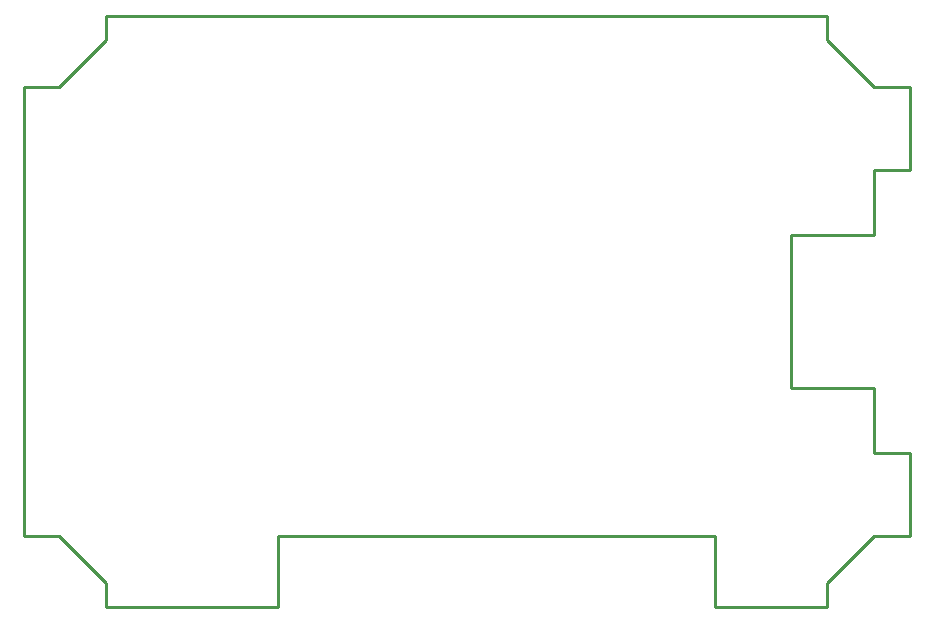
<source format=gm1>
G04 #@! TF.GenerationSoftware,KiCad,Pcbnew,(5.0.0-rc2-dev-70-g2da7199a3)*
G04 #@! TF.CreationDate,2018-03-19T21:37:12-04:00*
G04 #@! TF.ProjectId,processor,70726F636573736F722E6B696361645F,rev?*
G04 #@! TF.SameCoordinates,Original*
G04 #@! TF.FileFunction,Profile,NP*
%FSLAX46Y46*%
G04 Gerber Fmt 4.6, Leading zero omitted, Abs format (unit mm)*
G04 Created by KiCad (PCBNEW (5.0.0-rc2-dev-70-g2da7199a3)) date 03/19/18 21:37:12*
%MOMM*%
%LPD*%
G01*
G04 APERTURE LIST*
%ADD10C,0.250000*%
%ADD11C,0.254000*%
G04 APERTURE END LIST*
D10*
X21500000Y-50000000D02*
X7000000Y-50000000D01*
X58500000Y-50000000D02*
X68000000Y-50000000D01*
X58500000Y-44000000D02*
X58500000Y-50000000D01*
X21500000Y-44000000D02*
X58500000Y-44000000D01*
X21500000Y-50000000D02*
X21500000Y-44000000D01*
X68000000Y-2000000D02*
X72000000Y-6000000D01*
X75000000Y-6000000D02*
X72000000Y-6000000D01*
X68000000Y0D02*
X68000000Y-2000000D01*
X68000000Y-48000000D02*
X72000000Y-44000000D01*
X68000000Y-50000000D02*
X68000000Y-48000000D01*
X75000000Y-44000000D02*
X72000000Y-44000000D01*
X3000000Y-44000000D02*
X7000000Y-48000000D01*
X7000000Y-2000000D02*
X3000000Y-6000000D01*
X72000000Y-31500000D02*
X72000000Y-37000000D01*
X72000000Y-13000000D02*
X72000000Y-18500000D01*
X75000000Y-44000000D02*
X75000000Y-37000000D01*
X75000000Y-6000000D02*
X75000000Y-13000000D01*
X65000000Y-31500000D02*
X72000000Y-31500000D01*
X65000000Y-18500000D02*
X65000000Y-31500000D01*
X72000000Y-18500000D02*
X65000000Y-18500000D01*
X72000000Y-37000000D02*
X75000000Y-37000000D01*
X75000000Y-13000000D02*
X72000000Y-13000000D01*
D11*
X0Y-6000000D02*
X3000000Y-6000000D01*
X7000000Y-2000000D02*
X7000000Y0D01*
X7000000Y-48000000D02*
X7000000Y-50000000D01*
X0Y-44000000D02*
X3000000Y-44000000D01*
X0Y-6000000D02*
X0Y-44000000D01*
X68000000Y0D02*
X7000000Y0D01*
M02*

</source>
